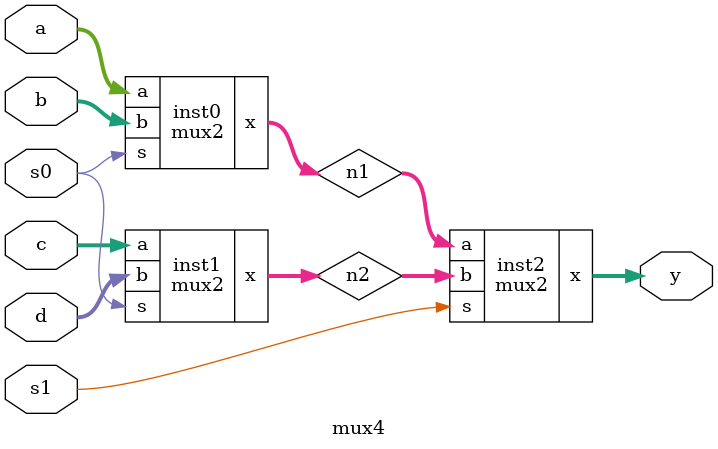
<source format=sv>
`timescale 1ns/1ps
module mux2 (
 input logic [7:0] a,b,
 input logic s,
 output logic [7:0] x
);
assign x = s ? a : b;
endmodule 
module mux4(
 input logic [7:0] a,b,c,d,
 input logic s0,s1,
 output logic [7:0] y
);
logic [7:0] n1,n2;
mux2 inst0(.a(a), .b(b), .s(s0), .x(n1));
mux2 inst1(.a(c), .b(d), .s(s0), .x(n2));
mux2 inst2(.a(n1), .b(n2), .s(s1), .x(y));
endmodule

</source>
